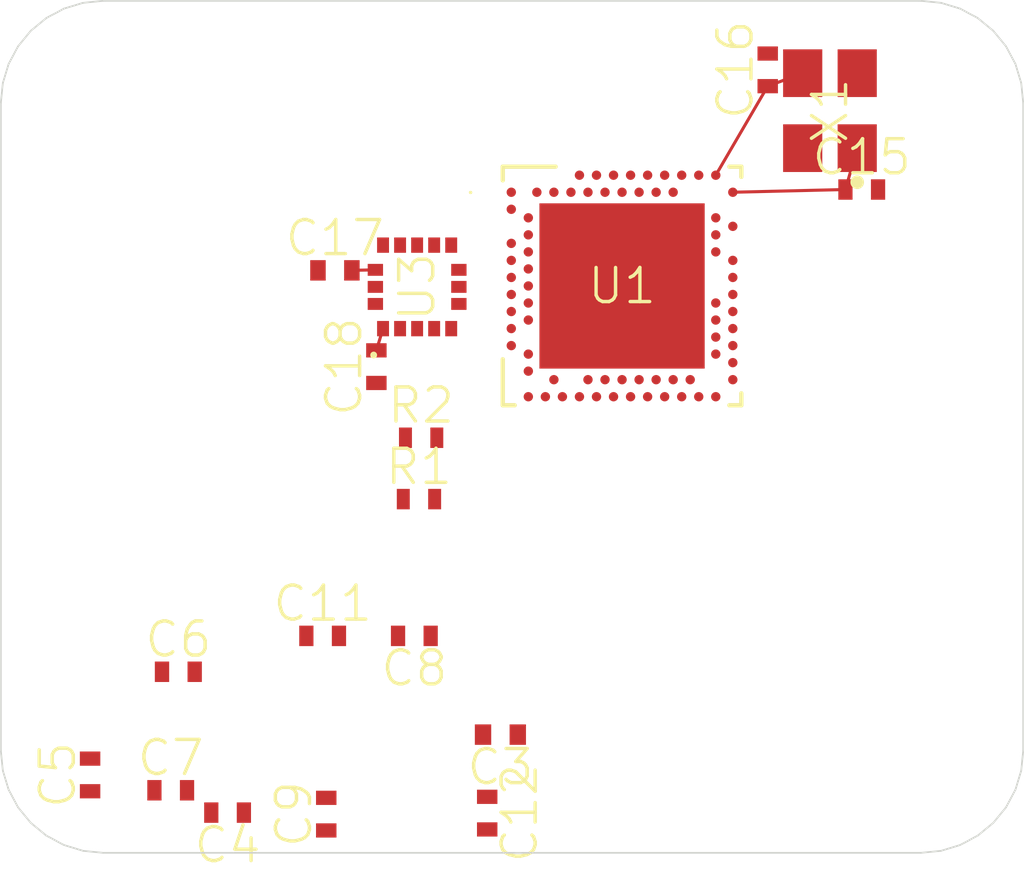
<source format=kicad_pcb>
(kicad_pcb (version 20221018) (generator jitx)
  (layers (0 F.Cu signal) (31 B.Cu signal) (34 "B.Paste" user) (35 "F.Paste" user) (36 "B.SilkS" user "B.Silkscreen") (37 "F.SilkS" user "F.Silkscreen") (38 "B.Mask" user) (39 "F.Mask" user) (44 "Edge.Cuts" user))
  (net 1 "DEC3")
  (net 2 "DEC4")
  (net 3 "DEC1")
  (net 4 "acc_GND")
  (net 5 "SA0")
  (net 6 "WAKE")
  (net 7 "CS")
  (net 8 "acc_ADC1")
  (net 9 "acc_INT2")
  (net 10 "acc_ADC2")
  (net 11 "VDDH")
  (net 12 "DEC5")
  (net 13 "XC1")
  (net 14 "VDD")
  (net 15 "XC2")
  (net 16 "acc-i2c_scl")
  (net 17 "acc_ADC3")
  (net 18 "acc-i2c_sda")
  (net 19 "GND")
  (net 20 "VDD-IO")
  (net 21 "mcu_VDD0")
  (footprint nrf-motion:Pkg0402_4 (layer F.Cu) (at 129.484620411352 118.664691109771 90.0)
    (pad 1 smd rect (at 0.0 -0.4786112181134 90.0) (size 0.6 0.417777563773199) (net 19 "GND") (layers F.Cu F.Paste))
    (pad 2 smd rect (at 0.0 0.4786112181134 90.0) (size 0.6 0.417777563773199) (net 3 "DEC1") (layers F.Cu F.Paste))
    (fp_text value "100n" hide)
    (fp_text reference "C7" (at 0.95 0.0 0.0) (layer F.SilkS) (effects (font (size 1.0 1.0) (thickness 0.10))))
  )
  (footprint nrf-motion:Pkg0402_4 (layer F.Cu) (at 147.002869713069 97.5249243777299 180.0)
    (pad 1 smd rect (at 0.0 -0.4786112181134 180.0) (size 0.6 0.417777563773199) (net 15 "XC2") (layers F.Cu F.Paste))
    (pad 2 smd rect (at 0.0 0.4786112181134 180.0) (size 0.6 0.417777563773199) (net 19 "GND") (layers F.Cu F.Paste))
    (fp_text value "15p" hide)
    (fp_text reference "C16" (at 0.95 0.0 90.0) (layer F.SilkS) (effects (font (size 1.0 1.0) (thickness 0.10))))
  )
  (footprint nrf-motion:Pkg0402_4 (layer F.Cu) (at 135.519522868763 106.233888519863 180.0)
    (pad 1 smd rect (at 0.0 -0.4786112181134 180.0) (size 0.6 0.417777563773199) (net 4 "acc_GND") (layers F.Cu F.Paste))
    (pad 2 smd rect (at 0.0 0.4786112181134 180.0) (size 0.6 0.417777563773199) (net 20 "VDD-IO") (layers F.Cu F.Paste))
    (fp_text value "100n" hide)
    (fp_text reference "C18" (at 0.95 0.0 90.0) (layer F.SilkS) (effects (font (size 1.0 1.0) (thickness 0.10))))
  )
  (footprint nrf-motion:Pkg0402_4 (layer F.Cu) (at 127.118620235876 118.214691300505 180.0)
    (pad 1 smd rect (at 0.0 -0.4786112181134 180.0) (size 0.6 0.417777563773199) (net 19 "GND") (layers F.Cu F.Paste))
    (pad 2 smd rect (at 0.0 0.4786112181134 180.0) (size 0.6 0.417777563773199) (net 12 "DEC5") (layers F.Cu F.Paste))
    (fp_text value "820p" hide)
    (fp_text reference "C5" (at 0.95 0.0 90.0) (layer F.SilkS) (effects (font (size 1.0 1.0) (thickness 0.10))))
  )
  (footprint nrf-motion:XDCR_LIS3DHTR (layer F.Cu) (at 136.714906345613 103.893326105809 90.0)
    (pad 1 smd rect (at -1.225 -1.0 90.0) (size 0.45 0.35) (net 20 "VDD-IO") (layers F.Cu F.Paste))
    (pad 2 smd rect (at -1.225 -0.5 90.0) (size 0.45 0.35) (layers F.Cu F.Paste))
    (pad 3 smd rect (at -1.225 0.0 90.0) (size 0.45 0.35) (layers F.Cu F.Paste))
    (pad 4 smd rect (at -1.225 0.5 90.0) (size 0.45 0.35) (net 16 "acc-i2c_scl") (layers F.Cu F.Paste))
    (pad 5 smd rect (at -1.225 1.0 90.0) (size 0.45 0.35) (net 4 "acc_GND") (layers F.Cu F.Paste))
    (pad 6 smd rect (at -0.5 1.225 90.0) (size 0.35 0.45) (net 18 "acc-i2c_sda") (layers F.Cu F.Paste))
    (pad 7 smd rect (at 0.0 1.225 90.0) (size 0.35 0.45) (net 5 "SA0") (layers F.Cu F.Paste))
    (pad 8 smd rect (at 0.5 1.225 90.0) (size 0.35 0.45) (net 7 "CS") (layers F.Cu F.Paste))
    (pad 9 smd rect (at 1.225 1.0 90.0) (size 0.45 0.35) (net 9 "acc_INT2") (layers F.Cu F.Paste))
    (pad 10 smd rect (at 1.225 0.5 90.0) (size 0.45 0.35) (net 4 "acc_GND") (layers F.Cu F.Paste))
    (pad 11 smd rect (at 1.225 0.0 90.0) (size 0.45 0.35) (net 6 "WAKE") (layers F.Cu F.Paste))
    (pad 12 smd rect (at 1.225 -0.5 90.0) (size 0.45 0.35) (net 4 "acc_GND") (layers F.Cu F.Paste))
    (pad 13 smd rect (at 1.225 -1.0 90.0) (size 0.45 0.35) (net 17 "acc_ADC3") (layers F.Cu F.Paste))
    (pad 14 smd rect (at 0.5 -1.225 90.0) (size 0.35 0.45) (net 14 "VDD") (layers F.Cu F.Paste))
    (pad 15 smd rect (at 0.0 -1.225 90.0) (size 0.35 0.45) (net 10 "acc_ADC2") (layers F.Cu F.Paste))
    (pad 16 smd rect (at -0.5 -1.225 90.0) (size 0.35 0.45) (net 8 "acc_ADC1") (layers F.Cu F.Paste))
    (fp_text value "~" hide)
    (fp_poly (pts (xy -1.9 -1.275) (xy -1.90192147195968 -1.29450903220161) (xy -1.90761204674887 -1.31326834323651) (xy -1.91685303876975 -1.33055702330196) (xy -1.92928932188135 -1.34571067811865) (xy -1.94444297669804 -1.35814696123025) (xy -1.96173165676349 -1.36738795325113) (xy -1.98049096779839 -1.37307852804032) (xy -2.0 -1.375) (xy -2.01950903220161 -1.37307852804032) (xy -2.03826834323651 -1.36738795325113) (xy -2.05555702330196 -1.35814696123025) (xy -2.07071067811865 -1.34571067811865) (xy -2.08314696123025 -1.33055702330196) (xy -2.09238795325113 -1.31326834323651) (xy -2.09807852804032 -1.29450903220161) (xy -2.1 -1.275) (xy -2.09807852804032 -1.25549096779839) (xy -2.09238795325113 -1.23673165676349) (xy -2.08314696123025 -1.21944297669804) (xy -2.07071067811865 -1.20428932188135) (xy -2.05555702330196 -1.19185303876975) (xy -2.03826834323651 -1.18261204674887) (xy -2.01950903220161 -1.17692147195968) (xy -2.0 -1.175) (xy -1.98049096779839 -1.17692147195968) (xy -1.96173165676349 -1.18261204674887) (xy -1.94444297669804 -1.19185303876975) (xy -1.92928932188135 -1.20428932188135) (xy -1.91685303876975 -1.21944297669804) (xy -1.90761204674887 -1.23673165676349) (xy -1.90192147195968 -1.25549096779839)) (layer F.SilkS))
    (fp_text reference "U3" (at 0.0 0.0 90.0) (layer F.SilkS) (effects (font (size 1.0 1.0) (thickness 0.10))))
  )
  (footprint nrf-motion:Pkg0402_2 (layer F.Cu) (at 139.158962301623 117.03181182971 270.0)
    (pad 1 smd rect (at 0.0 -0.5098612181134 270.0) (size 0.6 0.480277563773199) (net 19 "GND") (layers F.Cu F.Paste))
    (pad 2 smd rect (at 0.0 0.5098612181134 270.0) (size 0.6 0.480277563773199) (net 11 "VDDH") (layers F.Cu F.Paste))
    (fp_text value "4.7u" hide)
    (fp_text reference "C3" (at 0.95 0.0 0.0) (layer F.SilkS) (effects (font (size 1.0 1.0) (thickness 0.10))))
  )
  (footprint nrf-motion:Pkg0402_4 (layer F.Cu) (at 133.943042775696 114.134275908175 90.0)
    (pad 1 smd rect (at 0.0 -0.4786112181134 90.0) (size 0.6 0.417777563773199) (net 19 "GND") (layers F.Cu F.Paste))
    (pad 2 smd rect (at 0.0 0.4786112181134 90.0) (size 0.6 0.417777563773199) (net 21 "mcu_VDD0") (layers F.Cu F.Paste))
    (fp_text value "100n" hide)
    (fp_text reference "C11" (at 0.95 0.0 0.0) (layer F.SilkS) (effects (font (size 1.0 1.0) (thickness 0.10))))
  )
  (footprint nrf-motion:Pkg0402_4 (layer F.Cu) (at 149.762004870985 101.036310895355 90.0)
    (pad 1 smd rect (at 0.0 -0.4786112181134 90.0) (size 0.6 0.417777563773199) (net 13 "XC1") (layers F.Cu F.Paste))
    (pad 2 smd rect (at 0.0 0.4786112181134 90.0) (size 0.6 0.417777563773199) (net 19 "GND") (layers F.Cu F.Paste))
    (fp_text value "15p" hide)
    (fp_text reference "C15" (at 0.95 0.0 0.0) (layer F.SilkS) (effects (font (size 1.0 1.0) (thickness 0.10))))
  )
  (footprint nrf-motion:Pkg0402 (layer F.Cu) (at 134.30277830514 103.408488980365 90.0)
    (pad 1 smd rect (at 0.0 -0.4973612181134 90.0) (size 0.6 0.4552775637732) (net 4 "acc_GND") (layers F.Cu F.Paste))
    (pad 2 smd rect (at 0.0 0.4973612181134 90.0) (size 0.6 0.4552775637732) (net 14 "VDD") (layers F.Cu F.Paste))
    (fp_text value "10u" hide)
    (fp_text reference "C17" (at 0.95 0.0 0.0) (layer F.SilkS) (effects (font (size 1.0 1.0) (thickness 0.10))))
  )
  (footprint nrf-motion:Pkg0402_4 (layer F.Cu) (at 134.048306280788 119.365065692734 180.0)
    (pad 1 smd rect (at 0.0 -0.4786112181134 180.0) (size 0.6 0.417777563773199) (net 19 "GND") (layers F.Cu F.Paste))
    (pad 2 smd rect (at 0.0 0.4786112181134 180.0) (size 0.6 0.417777563773199) (net 21 "mcu_VDD0") (layers F.Cu F.Paste))
    (fp_text value "1u" hide)
    (fp_text reference "C9" (at 0.95 0.0 90.0) (layer F.SilkS) (effects (font (size 1.0 1.0) (thickness 0.10))))
  )
  (footprint nrf-motion:Pkg0402_1 (layer F.Cu) (at 129.70858378982 115.187538313883 90.0)
    (pad 1 smd rect (at 0.0 -0.4798612181134 90.0) (size 0.6 0.4202775637732) (net 19 "GND") (layers F.Cu F.Paste))
    (pad 2 smd rect (at 0.0 0.4798612181134 90.0) (size 0.6 0.4202775637732) (net 1 "DEC3") (layers F.Cu F.Paste))
    (fp_text value "100p" hide)
    (fp_text reference "C6" (at 0.95 0.0 0.0) (layer F.SilkS) (effects (font (size 1.0 1.0) (thickness 0.10))))
  )
  (footprint nrf-motion:Pkg0402_3 (layer F.Cu) (at 136.769051269322 110.120666670298 90.0)
    (pad 1 smd rect (at 0.0 -0.4598612181134 90.0) (size 0.6 0.3802775637732) (net 18 "acc-i2c_sda") (layers F.Cu F.Paste))
    (pad 2 smd rect (at 0.0 0.4598612181134 90.0) (size 0.6 0.3802775637732) (net 21 "mcu_VDD0") (layers F.Cu F.Paste))
    (fp_text value "8K2" hide)
    (fp_text reference "R1" (at 0.95 0.0 0.0) (layer F.SilkS) (effects (font (size 1.0 1.0) (thickness 0.10))))
  )
  (footprint nrf-motion:Pkg0402_4 (layer F.Cu) (at 131.153079412487 119.320428814689 270.0)
    (pad 1 smd rect (at 0.0 -0.4786112181134 270.0) (size 0.6 0.417777563773199) (net 19 "GND") (layers F.Cu F.Paste))
    (pad 2 smd rect (at 0.0 0.4786112181134 270.0) (size 0.6 0.417777563773199) (net 2 "DEC4") (layers F.Cu F.Paste))
    (fp_text value "1u" hide)
    (fp_text reference "C4" (at 0.95 0.0 0.0) (layer F.SilkS) (effects (font (size 1.0 1.0) (thickness 0.10))))
  )
  (footprint nrf-motion:XTAL_4_3225 (layer F.Cu) (at 148.829067913535 98.7225644066054 90.0)
    (pad 4 smd rect (at -1.1 -0.8 90.0) (size 1.4 1.15) (net 19 "GND") (layers F.Cu F.Paste))
    (pad 3 smd rect (at 1.1 -0.8 90.0) (size 1.4 1.15) (net 15 "XC2") (layers F.Cu F.Paste))
    (pad 1 smd rect (at -1.1 0.8 90.0) (size 1.4 1.15) (net 13 "XC1") (layers F.Cu F.Paste))
    (pad 2 smd rect (at 1.1 0.8 90.0) (size 1.4 1.15) (net 19 "GND") (layers F.Cu F.Paste))
    (fp_text value "~" hide)
    (fp_poly (pts (xy -1.9 0.8) (xy -1.90384294391935 0.760981935596774) (xy -1.91522409349774 0.723463313526982) (xy -1.93370607753949 0.68888595339608) (xy -1.95857864376269 0.658578643762691) (xy -1.98888595339608 0.633706077539491) (xy -2.02346331352698 0.615224093497743) (xy -2.06098193559677 0.603842943919354) (xy -2.1 0.6) (xy -2.13901806440323 0.603842943919354) (xy -2.17653668647302 0.615224093497743) (xy -2.21111404660392 0.633706077539491) (xy -2.24142135623731 0.65857864376269) (xy -2.26629392246051 0.68888595339608) (xy -2.28477590650226 0.723463313526982) (xy -2.29615705608065 0.760981935596774) (xy -2.3 0.8) (xy -2.29615705608065 0.839018064403226) (xy -2.28477590650226 0.876536686473018) (xy -2.26629392246051 0.91111404660392) (xy -2.24142135623731 0.941421356237309) (xy -2.21111404660392 0.966293922460509) (xy -2.17653668647302 0.984775906502257) (xy -2.13901806440323 0.996157056080646) (xy -2.1 1.0) (xy -2.06098193559677 0.996157056080646) (xy -2.02346331352698 0.984775906502257) (xy -1.98888595339608 0.966293922460509) (xy -1.95857864376269 0.94142135623731) (xy -1.93370607753949 0.91111404660392) (xy -1.91522409349774 0.876536686473018) (xy -1.90384294391935 0.839018064403226)) (layer F.SilkS))
    (fp_text reference "X1" (at 0.0 0.0 90.0) (layer F.SilkS) (effects (font (size 1.0 1.0) (thickness 0.10))))
  )
  (footprint nrf-motion:Pkg0402_4 (layer F.Cu) (at 138.771462253939 119.335311528349 0.0)
    (pad 1 smd rect (at 0.0 -0.4786112181134 0.0) (size 0.6 0.417777563773199) (net 19 "GND") (layers F.Cu F.Paste))
    (pad 2 smd rect (at 0.0 0.4786112181134 0.0) (size 0.6 0.417777563773199) (net 21 "mcu_VDD0") (layers F.Cu F.Paste))
    (fp_text value "100n" hide)
    (fp_text reference "C12" (at 0.95 0.0 90.0) (layer F.SilkS) (effects (font (size 1.0 1.0) (thickness 0.10))))
  )
  (footprint nrf-motion:XCVR_NRF52840_QIAA_R_PKG (layer F.Cu) (at 142.728461859015 103.866257124444 0.0)
    (pad A8 smd circle (at -1.25 -3.25 0.0) (size 0.275 0.275) (layers F.Cu))
    (pad B1 smd circle (at -3.25 -2.75 0.0) (size 0.275 0.275) (net 21 "mcu_VDD0") (layers F.Cu))
    (pad B3 smd circle (at -2.5 -2.75 0.0) (size 0.275 0.275) (layers F.Cu))
    (pad B5 smd circle (at -2.0 -2.75 0.0) (size 0.275 0.275) (net 2 "DEC4") (layers F.Cu))
    (pad B7 smd circle (at -1.5 -2.75 0.0) (size 0.275 0.275) (net 19 "GND") (layers F.Cu))
    (pad B9 smd circle (at -1.0 -2.75 0.0) (size 0.275 0.275) (layers F.Cu))
    (pad C1 smd circle (at -3.25 -2.25 0.0) (size 0.275 0.275) (net 3 "DEC1") (layers F.Cu))
    (pad D2 smd circle (at -2.75 -2.0 0.0) (size 0.275 0.275) (layers F.Cu))
    (pad F2 smd circle (at -2.75 -1.5 0.0) (size 0.275 0.275) (layers F.Cu))
    (pad G1 smd circle (at -3.25 -1.25 0.0) (size 0.275 0.275) (layers F.Cu))
    (pad H2 smd circle (at -2.75 -1.0 0.0) (size 0.275 0.275) (layers F.Cu))
    (pad J1 smd circle (at -3.25 -0.75 0.0) (size 0.275 0.275) (layers F.Cu))
    (pad K2 smd circle (at -2.75 -0.5 0.0) (size 0.275 0.275) (layers F.Cu))
    (pad L1 smd circle (at -3.25 -0.25 0.0) (size 0.275 0.275) (layers F.Cu))
    (pad M2 smd circle (at -2.75 0.0 0.0) (size 0.275 0.275) (layers F.Cu))
    (pad N1 smd circle (at -3.25 0.25 0.0) (size 0.275 0.275) (layers F.Cu))
    (pad P2 smd circle (at -2.75 0.5 0.0) (size 0.275 0.275) (layers F.Cu))
    (pad R1 smd circle (at -3.25 0.75 0.0) (size 0.275 0.275) (layers F.Cu))
    (pad T2 smd circle (at -2.75 1.0 0.0) (size 0.275 0.275) (layers F.Cu))
    (pad U1 smd circle (at -3.25 1.25 0.0) (size 0.275 0.275) (layers F.Cu))
    (pad W1 smd circle (at -3.25 1.75 0.0) (size 0.275 0.275) (net 21 "mcu_VDD0") (layers F.Cu))
    (pad Y2 smd circle (at -2.75 2.0 0.0) (size 0.275 0.275) (net 11 "VDDH") (layers F.Cu))
    (pad A10 smd circle (at -0.75 -3.25 0.0) (size 0.275 0.275) (layers F.Cu))
    (pad A12 smd circle (at -0.25 -3.25 0.0) (size 0.275 0.275) (layers F.Cu))
    (pad A14 smd circle (at 0.25 -3.25 0.0) (size 0.275 0.275) (net 6 "WAKE") (layers F.Cu))
    (pad A16 smd circle (at 0.75 -3.25 0.0) (size 0.275 0.275) (net 16 "acc-i2c_scl") (layers F.Cu))
    (pad A18 smd circle (at 1.25 -3.25 0.0) (size 0.275 0.275) (layers F.Cu))
    (pad A20 smd circle (at 1.75 -3.25 0.0) (size 0.275 0.275) (layers F.Cu))
    (pad A22 smd circle (at 2.25 -3.25 0.0) (size 0.275 0.275) (net 21 "mcu_VDD0") (layers F.Cu))
    (pad A23 smd circle (at 2.75 -3.25 0.0) (size 0.275 0.275) (net 15 "XC2") (layers F.Cu))
    (pad AB2 smd circle (at -2.75 2.5 0.0) (size 0.275 0.275) (layers F.Cu))
    (pad AC5 smd circle (at -2.0 2.75 0.0) (size 0.275 0.275) (layers F.Cu))
    (pad AC9 smd circle (at -1.0 2.75 0.0) (size 0.275 0.275) (layers F.Cu))
    (pad AD2 smd circle (at -2.75 3.25 0.0) (size 0.275 0.275) (net 19 "GND") (layers F.Cu))
    (pad AD4 smd circle (at -2.25 3.25 0.0) (size 0.275 0.275) (layers F.Cu))
    (pad AD6 smd circle (at -1.75 3.25 0.0) (size 0.275 0.275) (layers F.Cu))
    (pad AD8 smd circle (at -1.25 3.25 0.0) (size 0.275 0.275) (layers F.Cu))
    (pad B11 smd circle (at -0.5 -2.75 0.0) (size 0.275 0.275) (layers F.Cu))
    (pad B13 smd circle (at 0.0 -2.75 0.0) (size 0.275 0.275) (layers F.Cu))
    (pad B15 smd circle (at 0.5 -2.75 0.0) (size 0.275 0.275) (net 18 "acc-i2c_sda") (layers F.Cu))
    (pad B17 smd circle (at 1.0 -2.75 0.0) (size 0.275 0.275) (layers F.Cu))
    (pad B19 smd circle (at 1.5 -2.75 0.0) (size 0.275 0.275) (layers F.Cu))
    (pad B24 smd circle (at 3.25 -2.75 0.0) (size 0.275 0.275) (net 13 "XC1") (layers F.Cu))
    (pad D23 smd circle (at 2.75 -2.0 0.0) (size 0.275 0.275) (net 1 "DEC3") (layers F.Cu))
    (pad E24 smd circle (at 3.25 -1.75 0.0) (size 0.275 0.275) (net 2 "DEC4") (layers F.Cu))
    (pad F23 smd circle (at 2.75 -1.5 0.0) (size 0.275 0.275) (net 19 "GND") (layers F.Cu))
    (pad H23 smd circle (at 2.75 -1.0 0.0) (size 0.275 0.275) (layers F.Cu))
    (pad J24 smd circle (at 3.25 -0.75 0.0) (size 0.275 0.275) (layers F.Cu))
    (pad L24 smd circle (at 3.25 -0.25 0.0) (size 0.275 0.275) (layers F.Cu))
    (pad N24 smd circle (at 3.25 0.25 0.0) (size 0.275 0.275) (net 12 "DEC5") (layers F.Cu))
    (pad P23 smd circle (at 2.75 0.5 0.0) (size 0.275 0.275) (layers F.Cu))
    (pad R24 smd circle (at 3.25 0.75 0.0) (size 0.275 0.275) (layers F.Cu))
    (pad T23 smd circle (at 2.75 1.0 0.0) (size 0.275 0.275) (layers F.Cu))
    (pad U24 smd circle (at 3.25 1.25 0.0) (size 0.275 0.275) (layers F.Cu))
    (pad V23 smd circle (at 2.75 1.5 0.0) (size 0.275 0.275) (layers F.Cu))
    (pad W24 smd circle (at 3.25 1.75 0.0) (size 0.275 0.275) (layers F.Cu))
    (pad Y23 smd circle (at 2.75 2.0 0.0) (size 0.275 0.275) (layers F.Cu))
    (pad AA24 smd circle (at 3.25 2.25 0.0) (size 0.275 0.275) (layers F.Cu))
    (pad AC11 smd circle (at -0.5 2.75 0.0) (size 0.275 0.275) (layers F.Cu))
    (pad AC13 smd circle (at 0.0 2.75 0.0) (size 0.275 0.275) (layers F.Cu))
    (pad AC15 smd circle (at 0.5 2.75 0.0) (size 0.275 0.275) (layers F.Cu))
    (pad AC17 smd circle (at 1.0 2.75 0.0) (size 0.275 0.275) (layers F.Cu))
    (pad AC19 smd circle (at 1.5 2.75 0.0) (size 0.275 0.275) (layers F.Cu))
    (pad AC21 smd circle (at 2.0 2.75 0.0) (size 0.275 0.275) (layers F.Cu))
    (pad AC24 smd circle (at 3.25 2.75 0.0) (size 0.275 0.275) (layers F.Cu))
    (pad AD10 smd circle (at -0.75 3.25 0.0) (size 0.275 0.275) (layers F.Cu))
    (pad AD12 smd circle (at -0.25 3.25 0.0) (size 0.275 0.275) (layers F.Cu))
    (pad AD14 smd circle (at 0.25 3.25 0.0) (size 0.275 0.275) (net 21 "mcu_VDD0") (layers F.Cu))
    (pad AD16 smd circle (at 0.75 3.25 0.0) (size 0.275 0.275) (layers F.Cu))
    (pad AD18 smd circle (at 1.25 3.25 0.0) (size 0.275 0.275) (layers F.Cu))
    (pad AD20 smd circle (at 1.75 3.25 0.0) (size 0.275 0.275) (layers F.Cu))
    (pad AD22 smd circle (at 2.25 3.25 0.0) (size 0.275 0.275) (layers F.Cu))
    (pad AD23 smd circle (at 2.75 3.25 0.0) (size 0.275 0.275) (net 21 "mcu_VDD0") (layers F.Cu))
    (pad 74 smd rect (at 0.0 0.0 0.0) (size 4.85 4.85) (net 19 "GND") (layers F.Cu F.Paste))
    (fp_text value "~" hide)
    (fp_poly (pts (xy -4.395 -2.7432) (xy -4.39596073597984 -2.75295451610081) (xy -4.39880602337444 -2.76233417161825) (xy -4.40342651938487 -2.77097851165098) (xy -4.40964466094067 -2.77855533905933) (xy -4.41722148834902 -2.78477348061513) (xy -4.42586582838175 -2.78939397662556) (xy -4.43524548389919 -2.79223926402016) (xy -4.445 -2.7932) (xy -4.45475451610081 -2.79223926402016) (xy -4.46413417161826 -2.78939397662556) (xy -4.47277851165098 -2.78477348061513) (xy -4.48035533905933 -2.77855533905933) (xy -4.48657348061513 -2.77097851165098) (xy -4.49119397662556 -2.76233417161825) (xy -4.49403926402016 -2.75295451610081) (xy -4.495 -2.7432) (xy -4.49403926402016 -2.73344548389919) (xy -4.49119397662556 -2.72406582838175) (xy -4.48657348061513 -2.71542148834902) (xy -4.48035533905933 -2.70784466094067) (xy -4.47277851165098 -2.70162651938487) (xy -4.46413417161826 -2.69700602337444) (xy -4.45475451610081 -2.69416073597984) (xy -4.445 -2.6932) (xy -4.43524548389919 -2.69416073597984) (xy -4.42586582838175 -2.69700602337444) (xy -4.41722148834902 -2.70162651938487) (xy -4.40964466094067 -2.70784466094067) (xy -4.40342651938487 -2.71542148834902) (xy -4.39880602337444 -2.72406582838175) (xy -4.39596073597984 -2.73344548389919)) (layer F.SilkS))
    (fp_line (start -3.5 -3.1) (end -3.5 -3.5) (layer F.SilkS) (stroke (width 0.127)))
    (fp_line (start -3.5 -3.5) (end -1.95 -3.5) (layer F.SilkS) (stroke (width 0.127)))
    (fp_line (start 3.15 -3.5) (end 3.5 -3.5) (layer F.SilkS) (stroke (width 0.127)))
    (fp_line (start 3.5 -3.5) (end 3.5 -3.2) (layer F.SilkS) (stroke (width 0.127)))
    (fp_line (start 3.5 3.15) (end 3.5 3.5) (layer F.SilkS) (stroke (width 0.127)))
    (fp_line (start 3.5 3.5) (end 3.15 3.5) (layer F.SilkS) (stroke (width 0.127)))
    (fp_line (start -3.15 3.5) (end -3.5 3.5) (layer F.SilkS) (stroke (width 0.127)))
    (fp_line (start -3.5 3.5) (end -3.5 2.15) (layer F.SilkS) (stroke (width 0.127)))
    (fp_text reference "U1" (at 0.0 0.0 0.0) (layer F.SilkS) (effects (font (size 1.0 1.0) (thickness 0.10))))
  )
  (footprint nrf-motion:Pkg0402_4 (layer F.Cu) (at 136.634042760437 114.134275908175 270.0)
    (pad 1 smd rect (at 0.0 -0.4786112181134 270.0) (size 0.6 0.417777563773199) (net 19 "GND") (layers F.Cu F.Paste))
    (pad 2 smd rect (at 0.0 0.4786112181134 270.0) (size 0.6 0.417777563773199) (net 21 "mcu_VDD0") (layers F.Cu F.Paste))
    (fp_text value "100n" hide)
    (fp_text reference "C8" (at 0.95 0.0 0.0) (layer F.SilkS) (effects (font (size 1.0 1.0) (thickness 0.10))))
  )
  (footprint nrf-motion:Pkg0402_3 (layer F.Cu) (at 136.832566278529 108.320730124045 90.0)
    (pad 1 smd rect (at 0.0 -0.4598612181134 90.0) (size 0.6 0.3802775637732) (net 16 "acc-i2c_scl") (layers F.Cu F.Paste))
    (pad 2 smd rect (at 0.0 0.4598612181134 90.0) (size 0.6 0.3802775637732) (net 21 "mcu_VDD0") (layers F.Cu F.Paste))
    (fp_text value "8K2" hide)
    (fp_text reference "R2" (at 0.95 0.0 0.0) (layer F.SilkS) (effects (font (size 1.0 1.0) (thickness 0.10))))
  )
  (segment (start 147.002869713069 98.0035355958433) (end 145.478461859015 100.616257124444) (layer F.Cu) (width 0.09) (net 15))
  (segment (start 147.002869713069 98.0035355958433) (end 148.029067913535 97.6225644066054) (layer F.Cu) (width 0.09) (net 15))
  (segment (start 149.283393652871 101.036310895355) (end 149.629067913535 99.8225644066054) (layer F.Cu) (width 0.09) (net 13))
  (segment (start 149.283393652871 101.036310895355) (end 145.978461859015 101.116257124444) (layer F.Cu) (width 0.09) (net 13))
  (segment (start 135.714906345613 105.118326105809) (end 135.519522868763 105.75527730175) (layer F.Cu) (width 0.09) (net 20))
  (segment (start 135.489906345613 103.393326105809) (end 134.800139523254 103.408488980365) (layer F.Cu) (width 0.09) (net 14))
  (gr_line (start 154.5 98.5) (end 154.44235584121 97.9147290339516) (layer Edge.Cuts) (stroke (width 0.05)))
  (gr_line (start 154.44235584121 97.9147290339516) (end 154.271638597534 97.3519497029047) (layer Edge.Cuts) (stroke (width 0.05)))
  (gr_line (start 154.271638597534 97.3519497029047) (end 153.994408836908 96.8332893009412) (layer Edge.Cuts) (stroke (width 0.05)))
  (gr_line (start 153.994408836908 96.8332893009412) (end 153.62132034356 96.3786796564404) (layer Edge.Cuts) (stroke (width 0.05)))
  (gr_line (start 153.62132034356 96.3786796564404) (end 153.166710699059 96.0055911630924) (layer Edge.Cuts) (stroke (width 0.05)))
  (gr_line (start 153.166710699059 96.0055911630924) (end 152.648050297095 95.7283614024661) (layer Edge.Cuts) (stroke (width 0.05)))
  (gr_line (start 152.648050297095 95.7283614024661) (end 152.085270966048 95.5576441587903) (layer Edge.Cuts) (stroke (width 0.05)))
  (gr_line (start 152.085270966048 95.5576441587903) (end 151.5 95.5) (layer Edge.Cuts) (stroke (width 0.05)))
  (gr_line (start 151.5 95.5) (end 127.5 95.5) (layer Edge.Cuts) (stroke (width 0.05)))
  (gr_line (start 127.5 95.5) (end 126.914729033952 95.5576441587903) (layer Edge.Cuts) (stroke (width 0.05)))
  (gr_line (start 126.914729033952 95.5576441587903) (end 126.351949702905 95.7283614024661) (layer Edge.Cuts) (stroke (width 0.05)))
  (gr_line (start 126.351949702905 95.7283614024661) (end 125.833289300941 96.0055911630924) (layer Edge.Cuts) (stroke (width 0.05)))
  (gr_line (start 125.833289300941 96.0055911630924) (end 125.37867965644 96.3786796564404) (layer Edge.Cuts) (stroke (width 0.05)))
  (gr_line (start 125.37867965644 96.3786796564404) (end 125.005591163092 96.8332893009412) (layer Edge.Cuts) (stroke (width 0.05)))
  (gr_line (start 125.005591163092 96.8332893009412) (end 124.728361402466 97.3519497029047) (layer Edge.Cuts) (stroke (width 0.05)))
  (gr_line (start 124.728361402466 97.3519497029047) (end 124.55764415879 97.9147290339516) (layer Edge.Cuts) (stroke (width 0.05)))
  (gr_line (start 124.55764415879 97.9147290339516) (end 124.5 98.5) (layer Edge.Cuts) (stroke (width 0.05)))
  (gr_line (start 124.5 98.5) (end 124.5 117.5) (layer Edge.Cuts) (stroke (width 0.05)))
  (gr_line (start 124.5 117.5) (end 124.55764415879 118.085270966048) (layer Edge.Cuts) (stroke (width 0.05)))
  (gr_line (start 124.55764415879 118.085270966048) (end 124.728361402466 118.648050297095) (layer Edge.Cuts) (stroke (width 0.05)))
  (gr_line (start 124.728361402466 118.648050297095) (end 125.005591163092 119.166710699059) (layer Edge.Cuts) (stroke (width 0.05)))
  (gr_line (start 125.005591163092 119.166710699059) (end 125.37867965644 119.62132034356) (layer Edge.Cuts) (stroke (width 0.05)))
  (gr_line (start 125.37867965644 119.62132034356) (end 125.833289300941 119.994408836908) (layer Edge.Cuts) (stroke (width 0.05)))
  (gr_line (start 125.833289300941 119.994408836908) (end 126.351949702905 120.271638597534) (layer Edge.Cuts) (stroke (width 0.05)))
  (gr_line (start 126.351949702905 120.271638597534) (end 126.914729033952 120.44235584121) (layer Edge.Cuts) (stroke (width 0.05)))
  (gr_line (start 126.914729033952 120.44235584121) (end 127.5 120.5) (layer Edge.Cuts) (stroke (width 0.05)))
  (gr_line (start 127.5 120.5) (end 151.5 120.5) (layer Edge.Cuts) (stroke (width 0.05)))
  (gr_line (start 151.5 120.5) (end 152.085270966048 120.44235584121) (layer Edge.Cuts) (stroke (width 0.05)))
  (gr_line (start 152.085270966048 120.44235584121) (end 152.648050297095 120.271638597534) (layer Edge.Cuts) (stroke (width 0.05)))
  (gr_line (start 152.648050297095 120.271638597534) (end 153.166710699059 119.994408836908) (layer Edge.Cuts) (stroke (width 0.05)))
  (gr_line (start 153.166710699059 119.994408836908) (end 153.62132034356 119.62132034356) (layer Edge.Cuts) (stroke (width 0.05)))
  (gr_line (start 153.62132034356 119.62132034356) (end 153.994408836908 119.166710699059) (layer Edge.Cuts) (stroke (width 0.05)))
  (gr_line (start 153.994408836908 119.166710699059) (end 154.271638597534 118.648050297095) (layer Edge.Cuts) (stroke (width 0.05)))
  (gr_line (start 154.271638597534 118.648050297095) (end 154.44235584121 118.085270966048) (layer Edge.Cuts) (stroke (width 0.05)))
  (gr_line (start 154.44235584121 118.085270966048) (end 154.5 117.5) (layer Edge.Cuts) (stroke (width 0.05)))
  (gr_line (start 154.5 117.5) (end 154.5 98.5) (layer Edge.Cuts) (stroke (width 0.05)))
)
</source>
